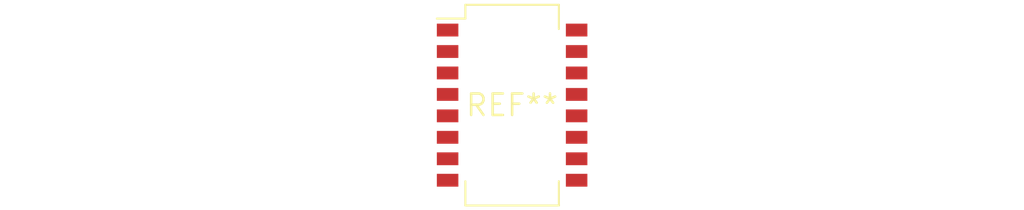
<source format=kicad_pcb>
(kicad_pcb (version 20240108) (generator pcbnew)
  (layers (0 "F.Cu" signal) (31 "B.Cu" signal) (34 "B.Paste" user) (35 "F.Paste" user) (36 "B.SilkS" user "B.Silkscreen") (37 "F.SilkS" user "F.Silkscreen") (38 "B.Mask" user) (39 "F.Mask" user) (44 "Edge.Cuts" user))
  (net 0 "")
  (footprint "SW_DIP_SPSTx08_Slide_KingTek_DSHP08TS_W7.62mm_P1.27mm" (layer "F.Cu") (at 0 0)
    (property "Reference" "REF**")
    (property "Value" "SW_DIP_SPSTx08_Slide_KingTek_DSHP08TS_W7.62mm_P1.27mm")
    (fp_line (start -4.446 -5.125) (end -2.76 -5.125) (layer "F.SilkS") (stroke (width 0.12)))
    (fp_line (start -2.76 -5.941) (end -2.76 -5.125) (layer "F.SilkS") (stroke (width 0.12)))
    (fp_line (start -2.76 -5.941) (end 2.76 -5.941) (layer "F.SilkS") (stroke (width 0.12)))
    (fp_line (start -2.76 4.505) (end -2.76 5.94) (layer "F.SilkS") (stroke (width 0.12)))
    (fp_line (start -2.76 5.94) (end 2.76 5.94) (layer "F.SilkS") (stroke (width 0.12)))
    (fp_line (start 2.76 -5.941) (end 2.76 -4.506) (layer "F.SilkS") (stroke (width 0.12)))
    (fp_line (start 2.76 4.505) (end 2.76 5.94) (layer "F.SilkS") (stroke (width 0.12)))
    (pad "1" smd rect (at -3.81 -4.445) (size 1.27 0.76) (layers "F.Cu" "F.Paste" "F.Mask"))
    (pad "2" smd rect (at -3.81 -3.175) (size 1.27 0.76) (layers "F.Cu" "F.Paste" "F.Mask"))
    (pad "3" smd rect (at -3.81 -1.905) (size 1.27 0.76) (layers "F.Cu" "F.Paste" "F.Mask"))
    (pad "4" smd rect (at -3.81 -0.635) (size 1.27 0.76) (layers "F.Cu" "F.Paste" "F.Mask"))
    (pad "5" smd rect (at -3.81 0.635) (size 1.27 0.76) (layers "F.Cu" "F.Paste" "F.Mask"))
    (pad "6" smd rect (at -3.81 1.905) (size 1.27 0.76) (layers "F.Cu" "F.Paste" "F.Mask"))
    (pad "7" smd rect (at -3.81 3.175) (size 1.27 0.76) (layers "F.Cu" "F.Paste" "F.Mask"))
    (pad "8" smd rect (at -3.81 4.445) (size 1.27 0.76) (layers "F.Cu" "F.Paste" "F.Mask"))
    (pad "9" smd rect (at 3.81 4.445) (size 1.27 0.76) (layers "F.Cu" "F.Paste" "F.Mask"))
    (pad "10" smd rect (at 3.81 3.175) (size 1.27 0.76) (layers "F.Cu" "F.Paste" "F.Mask"))
    (pad "11" smd rect (at 3.81 1.905) (size 1.27 0.76) (layers "F.Cu" "F.Paste" "F.Mask"))
    (pad "12" smd rect (at 3.81 0.635) (size 1.27 0.76) (layers "F.Cu" "F.Paste" "F.Mask"))
    (pad "13" smd rect (at 3.81 -0.635) (size 1.27 0.76) (layers "F.Cu" "F.Paste" "F.Mask"))
    (pad "14" smd rect (at 3.81 -1.905) (size 1.27 0.76) (layers "F.Cu" "F.Paste" "F.Mask"))
    (pad "15" smd rect (at 3.81 -3.175) (size 1.27 0.76) (layers "F.Cu" "F.Paste" "F.Mask"))
    (pad "16" smd rect (at 3.81 -4.445) (size 1.27 0.76) (layers "F.Cu" "F.Paste" "F.Mask"))
  )
)
</source>
